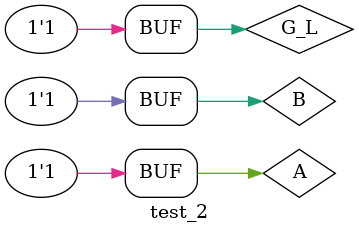
<source format=v>
`timescale 1ns / 1ps


module test_2;

	// Inputs
	reg G_L;
	reg A;
	reg B;

	// Outputs
	wire [3:0] Y_L;

	// Instantiate the Unit Under Test (UUT)
	v74x139_2 uut (
		.G_L(G_L), 
		.A(A), 
		.B(B), 
		.Y_L(Y_L)
	);

	initial begin
		// Initialize Inputs
		G_L = 0;
		A = 0;
		B = 0;

		// Wait 100 ns for global reset to finish
		#100;
        
		// Add stimulus here

		G_L = 0;
		A = 0;
		B = 0; #100;
		G_L = 0;
		A = 0;
		B = 1; #100;
		G_L = 0;
		A = 1;
		B = 0; #100;
		G_L = 0;
		A = 1;
		B = 1; #100;
		G_L = 1;
		A = 0;
		B = 0; #100;
		G_L = 1;
		A = 0;
		B = 1; #100;
		G_L = 1;
		A = 1;
		B = 0; #100;
		G_L = 1;
		A = 1;
		B = 1; #100;

	end
      
endmodule


</source>
